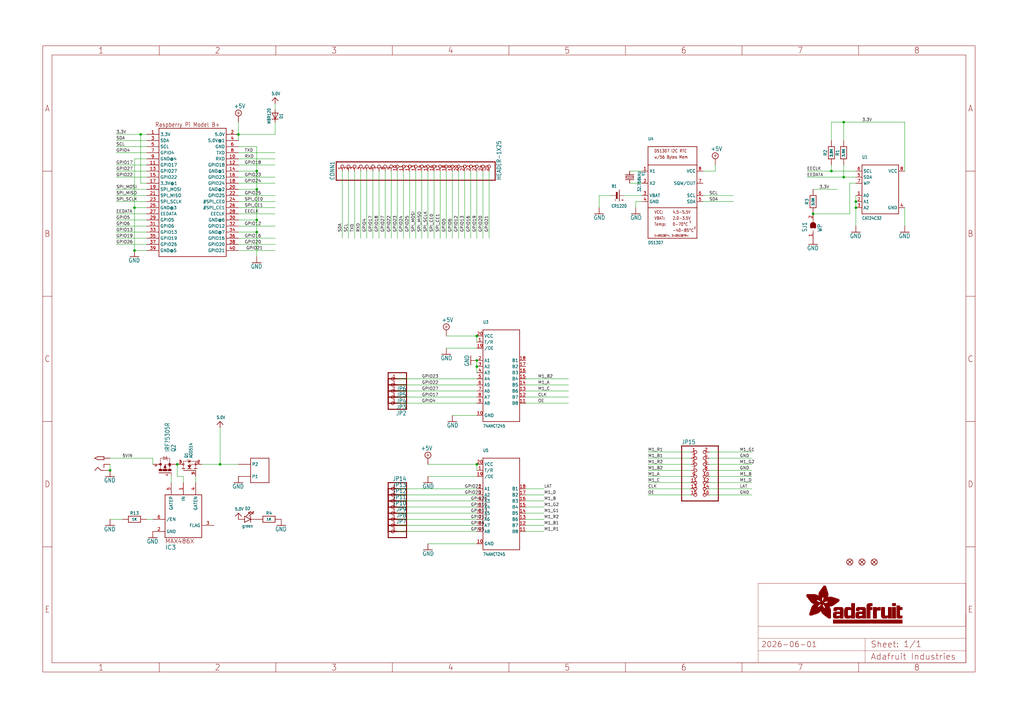
<source format=kicad_sch>
(kicad_sch (version 20230121) (generator eeschema)
  (paper "User" 425.45 298.602)
  (lib_symbols
    (symbol "working-eagle-import:+5V" (power)
      (property "Value" "+5V" (at -1.905 3.175 0))
      (symbol "+5V_1_0"
        (pin power_in line (at 0 -2.54 90) (length 2.54) (name "+5V") (number "1"))
      )
    )
    (symbol "working-eagle-import:2.1MMJACKSMT"
      (symbol "2.1MMJACKSMT_1_0"
        (pin bidirectional line (at 5.08 -2.54 180) (length 2.54) (name "RING") (number "GND"))
        (pin bidirectional line (at 5.08 0 180) (length 2.54) (name "RING_SW") (number "GNDBREAK"))
        (pin bidirectional line (at 5.08 2.54 180) (length 2.54) (name "TIP") (number "PWR2"))
      )
    )
    (symbol "working-eagle-import:5.0V" (power)
      (property "Value" "5.0V" (at -1.524 1.016 0))
      (symbol "5.0V_1_0"
        (pin power_in line (at 0 -2.54 90) (length 2.54) (name "5.0V") (number "1"))
      )
    )
    (symbol "working-eagle-import:74LCX245"
      (property "Reference" "U" (at -7.62 22.86 0))
      (symbol "74LCX245_1_0"
        (pin bidirectional line (at -10.16 15.24 0) (length 2.54) (name "T/R") (number "1"))
        (pin bidirectional line (at -10.16 -15.24 0) (length 2.54) (name "GND") (number "10"))
        (pin bidirectional line (at 10.16 -10.16 180) (length 2.54) (name "B8") (number "11"))
        (pin bidirectional line (at 10.16 -7.62 180) (length 2.54) (name "B7") (number "12"))
        (pin bidirectional line (at 10.16 -5.08 180) (length 2.54) (name "B6") (number "13"))
        (pin bidirectional line (at 10.16 -2.54 180) (length 2.54) (name "B5") (number "14"))
        (pin bidirectional line (at 10.16 0 180) (length 2.54) (name "B4") (number "15"))
        (pin bidirectional line (at 10.16 2.54 180) (length 2.54) (name "B3") (number "16"))
        (pin bidirectional line (at 10.16 5.08 180) (length 2.54) (name "B2") (number "17"))
        (pin bidirectional line (at 10.16 7.62 180) (length 2.54) (name "B1") (number "18"))
        (pin bidirectional line (at -10.16 12.7 0) (length 2.54) (name "/OE") (number "19"))
        (pin bidirectional line (at -10.16 7.62 0) (length 2.54) (name "A1") (number "2"))
        (pin bidirectional line (at -10.16 17.78 0) (length 2.54) (name "VCC") (number "20"))
        (pin bidirectional line (at -10.16 5.08 0) (length 2.54) (name "A2") (number "3"))
        (pin bidirectional line (at -10.16 2.54 0) (length 2.54) (name "A3") (number "4"))
        (pin bidirectional line (at -10.16 0 0) (length 2.54) (name "A4") (number "5"))
        (pin bidirectional line (at -10.16 -2.54 0) (length 2.54) (name "A5") (number "6"))
        (pin bidirectional line (at -10.16 -5.08 0) (length 2.54) (name "A6") (number "7"))
        (pin bidirectional line (at -10.16 -7.62 0) (length 2.54) (name "A7") (number "8"))
        (pin bidirectional line (at -10.16 -10.16 0) (length 2.54) (name "A8") (number "9"))
      )
    )
    (symbol "working-eagle-import:BATTERYCR1220_SMT"
      (property "Reference" "B" (at -2.54 3.175 0))
      (symbol "BATTERYCR1220_SMT_1_0"
        (text "+" (at 1.27 -1.143 900) (effects (font (size 1.27 1.0795)) (justify right top)))
        (text "-" (at -1.778 -1.143 900) (effects (font (size 1.27 1.0795)) (justify right top)))
        (pin passive line (at 2.54 0 180) (length 0) (name "+") (number "+$1"))
        (pin passive line (at -2.54 0 0) (length 0) (name "-") (number "-"))
      )
    )
    (symbol "working-eagle-import:CRYSTAL8.0X3.8"
      (property "Reference" "Y" (at -2.54 2.54 0))
      (symbol "CRYSTAL8.0X3.8_1_0"
        (pin passive line (at -2.54 0 0) (length 0) (name "1") (number "P$1"))
        (pin passive line (at 2.54 0 180) (length 0) (name "2") (number "P$4"))
      )
    )
    (symbol "working-eagle-import:DIODESOD-123"
      (property "Reference" "D" (at 0 2.54 0))
      (symbol "DIODESOD-123_1_0"
        (pin passive line (at -2.54 0 0) (length 2.54) (name "A") (number "A"))
        (pin passive line (at 2.54 0 180) (length 2.54) (name "C") (number "C"))
      )
    )
    (symbol "working-eagle-import:EEPROM_I2C_SOIC8_GENERIC"
      (property "Reference" "U" (at -7.62 12.7 0))
      (symbol "EEPROM_I2C_SOIC8_GENERIC_1_0"
        (pin input line (at -10.16 -2.54 0) (length 2.54) (name "A0") (number "1"))
        (pin input line (at -10.16 -5.08 0) (length 2.54) (name "A1") (number "2"))
        (pin input line (at -10.16 -7.62 0) (length 2.54) (name "A2") (number "3"))
        (pin power_in line (at 10.16 -7.62 180) (length 2.54) (name "GND") (number "4"))
        (pin bidirectional line (at -10.16 5.08 0) (length 2.54) (name "SDA") (number "5"))
        (pin input line (at -10.16 7.62 0) (length 2.54) (name "SCL") (number "6"))
        (pin input line (at -10.16 2.54 0) (length 2.54) (name "WP") (number "7"))
        (pin power_in line (at 10.16 7.62 180) (length 2.54) (name "VCC") (number "8"))
      )
    )
    (symbol "working-eagle-import:FIDUCIAL{dblquote}{dblquote}")
    (symbol "working-eagle-import:FRAME_A3_ADAFRUIT"
      (symbol "FRAME_A3_ADAFRUIT_1_0"
        (text "${#}/${##}" (at 357.505 10.16 0) (effects (font (size 2.54 2.54)) (justify left bottom)))
        (text "${CURRENT_DATE}" (at 298.45 10.16 0) (effects (font (size 2.286 2.286)) (justify left bottom)))
        (text "${PROJECTNAME}" (at 298.45 15.24 0) (effects (font (size 2.54 2.54)) (justify left bottom)))
        (text "1" (at 24.2094 1.905 0) (effects (font (size 2.54 2.286))))
        (text "1" (at 24.2094 258.445 0) (effects (font (size 2.54 2.286))))
        (text "2" (at 72.6281 1.905 0) (effects (font (size 2.54 2.286))))
        (text "2" (at 72.6281 258.445 0) (effects (font (size 2.54 2.286))))
        (text "3" (at 121.0469 1.905 0) (effects (font (size 2.54 2.286))))
        (text "3" (at 121.0469 258.445 0) (effects (font (size 2.54 2.286))))
        (text "4" (at 169.4656 1.905 0) (effects (font (size 2.54 2.286))))
        (text "4" (at 169.4656 258.445 0) (effects (font (size 2.54 2.286))))
        (text "5" (at 217.8844 1.905 0) (effects (font (size 2.54 2.286))))
        (text "5" (at 217.8844 258.445 0) (effects (font (size 2.54 2.286))))
        (text "6" (at 266.3031 1.905 0) (effects (font (size 2.54 2.286))))
        (text "6" (at 266.3031 258.445 0) (effects (font (size 2.54 2.286))))
        (text "7" (at 314.7219 1.905 0) (effects (font (size 2.54 2.286))))
        (text "7" (at 314.7219 258.445 0) (effects (font (size 2.54 2.286))))
        (text "8" (at 363.1406 1.905 0) (effects (font (size 2.54 2.286))))
        (text "8" (at 363.1406 258.445 0) (effects (font (size 2.54 2.286))))
        (text "A" (at 1.905 234.315 0) (effects (font (size 2.54 2.286))))
        (text "A" (at 385.445 234.315 0) (effects (font (size 2.54 2.286))))
        (text "Adafruit Industries" (at 343.916 4.953 0) (effects (font (size 2.54 2.54)) (justify left bottom)))
        (text "B" (at 1.905 182.245 0) (effects (font (size 2.54 2.286))))
        (text "B" (at 385.445 182.245 0) (effects (font (size 2.54 2.286))))
        (text "C" (at 1.905 130.175 0) (effects (font (size 2.54 2.286))))
        (text "C" (at 385.445 130.175 0) (effects (font (size 2.54 2.286))))
        (text "D" (at 1.905 78.105 0) (effects (font (size 2.54 2.286))))
        (text "D" (at 385.445 78.105 0) (effects (font (size 2.54 2.286))))
        (text "E" (at 1.905 26.035 0) (effects (font (size 2.54 2.286))))
        (text "E" (at 385.445 26.035 0) (effects (font (size 2.54 2.286))))
        (text "Sheet:" (at 343.916 10.033 0) (effects (font (size 2.54 2.54)) (justify left bottom)))
      )
    )
    (symbol "working-eagle-import:GND" (power)
      (property "Value" "GND" (at -2.54 -2.54 0))
      (symbol "GND_1_0"
        (pin power_in line (at 0 2.54 270) (length 2.54) (name "GND") (number "1"))
      )
    )
    (symbol "working-eagle-import:HEADER-1X25"
      (property "Reference" "CONN" (at -3.81 33.655 0))
      (symbol "HEADER-1X25_1_0"
        (pin passive inverted (at 0 30.48 0) (length 2.54) (name "1") (number "1"))
        (pin passive inverted (at 0 7.62 0) (length 2.54) (name "10") (number "10"))
        (pin passive inverted (at 0 5.08 0) (length 2.54) (name "11") (number "11"))
        (pin passive inverted (at 0 2.54 0) (length 2.54) (name "12") (number "12"))
        (pin passive inverted (at 0 0 0) (length 2.54) (name "13") (number "13"))
        (pin passive inverted (at 0 -2.54 0) (length 2.54) (name "14") (number "14"))
        (pin passive inverted (at 0 -5.08 0) (length 2.54) (name "15") (number "15"))
        (pin passive inverted (at 0 -7.62 0) (length 2.54) (name "16") (number "16"))
        (pin passive inverted (at 0 -10.16 0) (length 2.54) (name "17") (number "17"))
        (pin passive inverted (at 0 -12.7 0) (length 2.54) (name "18") (number "18"))
        (pin passive inverted (at 0 -15.24 0) (length 2.54) (name "19") (number "19"))
        (pin passive inverted (at 0 27.94 0) (length 2.54) (name "2") (number "2"))
        (pin passive inverted (at 0 -17.78 0) (length 2.54) (name "20") (number "20"))
        (pin passive inverted (at 0 -20.32 0) (length 2.54) (name "21") (number "21"))
        (pin passive inverted (at 0 -22.86 0) (length 2.54) (name "22") (number "22"))
        (pin passive inverted (at 0 -25.4 0) (length 2.54) (name "23") (number "23"))
        (pin passive inverted (at 0 -27.94 0) (length 2.54) (name "24") (number "24"))
        (pin passive inverted (at 0 -30.48 0) (length 2.54) (name "25") (number "25"))
        (pin passive inverted (at 0 25.4 0) (length 2.54) (name "3") (number "3"))
        (pin passive inverted (at 0 22.86 0) (length 2.54) (name "4") (number "4"))
        (pin passive inverted (at 0 20.32 0) (length 2.54) (name "5") (number "5"))
        (pin passive inverted (at 0 17.78 0) (length 2.54) (name "6") (number "6"))
        (pin passive inverted (at 0 15.24 0) (length 2.54) (name "7") (number "7"))
        (pin passive inverted (at 0 12.7 0) (length 2.54) (name "8") (number "8"))
        (pin passive inverted (at 0 10.16 0) (length 2.54) (name "9") (number "9"))
      )
    )
    (symbol "working-eagle-import:HEADER-2X8_SHROUDED"
      (property "Reference" "JP" (at -8.89 10.795 0))
      (symbol "HEADER-2X8_SHROUDED_1_0"
        (pin passive inverted (at -5.08 7.62 0) (length 2.54) (name "1") (number "1"))
        (pin passive inverted (at 2.54 -2.54 180) (length 2.54) (name "10") (number "10"))
        (pin passive inverted (at -5.08 -5.08 0) (length 2.54) (name "11") (number "11"))
        (pin passive inverted (at 2.54 -5.08 180) (length 2.54) (name "12") (number "12"))
        (pin passive inverted (at -5.08 -7.62 0) (length 2.54) (name "13") (number "13"))
        (pin passive inverted (at 2.54 -7.62 180) (length 2.54) (name "14") (number "14"))
        (pin passive inverted (at -5.08 -10.16 0) (length 2.54) (name "15") (number "15"))
        (pin passive inverted (at 2.54 -10.16 180) (length 2.54) (name "16") (number "16"))
        (pin passive inverted (at 2.54 7.62 180) (length 2.54) (name "2") (number "2"))
        (pin passive inverted (at -5.08 5.08 0) (length 2.54) (name "3") (number "3"))
        (pin passive inverted (at 2.54 5.08 180) (length 2.54) (name "4") (number "4"))
        (pin passive inverted (at -5.08 2.54 0) (length 2.54) (name "5") (number "5"))
        (pin passive inverted (at 2.54 2.54 180) (length 2.54) (name "6") (number "6"))
        (pin passive inverted (at -5.08 0 0) (length 2.54) (name "7") (number "7"))
        (pin passive inverted (at 2.54 0 180) (length 2.54) (name "8") (number "8"))
        (pin passive inverted (at -5.08 -2.54 0) (length 2.54) (name "9") (number "9"))
      )
    )
    (symbol "working-eagle-import:IRF?5305R"
      (property "Reference" "Q" (at 7.62 2.54 0))
      (symbol "IRF?5305R_1_0"
        (text "D" (at 1.524 -3.302 0) (effects (font (size 0.8128 0.6908)) (justify left bottom)))
        (text "G" (at -2.286 1.27 0) (effects (font (size 0.8128 0.6908)) (justify left bottom)))
        (text "S" (at 1.524 2.54 0) (effects (font (size 0.8128 0.6908)) (justify left bottom)))
        (pin passive line (at -2.54 2.54 0) (length 0) (name "G") (number "1"))
        (pin passive line (at 2.54 5.08 270) (length 2.54) (name "S") (number "3"))
        (pin passive line (at 2.54 -5.08 90) (length 2.54) (name "D") (number "4"))
      )
    )
    (symbol "working-eagle-import:LED0805_NOOUTLINE"
      (property "Reference" "D" (at -1.27 4.445 0))
      (symbol "LED0805_NOOUTLINE_1_0"
        (pin passive line (at -5.08 0 0) (length 2.54) (name "A") (number "A"))
        (pin passive line (at 2.54 0 180) (length 2.54) (name "C") (number "C"))
      )
    )
    (symbol "working-eagle-import:MAX486X/SOT"
      (property "Reference" "IC" (at -7.62 -15.24 0))
      (symbol "MAX486X/SOT_1_0"
        (text "MAX486X" (at -7.62 -12.7 0) (effects (font (size 1.778 1.778)) (justify left bottom)))
        (pin input line (at 0 12.7 270) (length 5.08) (name "IN") (number "1"))
        (pin power_in line (at -12.7 -7.62 0) (length 5.08) (name "GND") (number "2"))
        (pin output line (at 12.7 -5.08 180) (length 5.08) (name "FLAG") (number "3"))
        (pin output line (at 5.08 12.7 270) (length 5.08) (name "GATEN") (number "4"))
        (pin output line (at -5.08 12.7 270) (length 5.08) (name "GATEP") (number "5"))
        (pin input line (at -12.7 -2.54 0) (length 5.08) (name "/EN") (number "6"))
      )
    )
    (symbol "working-eagle-import:MOSFET-N_TO252"
      (property "Reference" "Q" (at 5.08 0.635 0))
      (symbol "MOSFET-N_TO252_1_0"
        (text "D" (at 3.175 3.175 0) (effects (font (size 0.8128 0.6908)) (justify left bottom)))
        (text "G" (at -1.27 -1.905 0) (effects (font (size 0.8128 0.6908)) (justify left bottom)))
        (text "S" (at 3.175 -3.81 0) (effects (font (size 0.8128 0.6908)) (justify left bottom)))
        (pin bidirectional line (at -2.54 -2.54 0) (length 2.54) (name "G") (number "1"))
        (pin bidirectional line (at 2.54 -5.08 90) (length 2.54) (name "S") (number "2"))
        (pin bidirectional line (at 2.54 5.08 270) (length 2.54) (name "D") (number "3"))
      )
    )
    (symbol "working-eagle-import:PINHD-1X1"
      (property "Reference" "JP" (at -6.35 3.175 0))
      (symbol "PINHD-1X1_1_0"
        (pin passive inverted (at -2.54 0 0) (length 2.54) (name "1") (number "1"))
      )
    )
    (symbol "working-eagle-import:PINHEAD"
      (symbol "PINHEAD_1_0"
        (pin bidirectional line (at 7.62 2.54 180) (length 5.08) (name "P1") (number "P$3"))
        (pin bidirectional line (at 7.62 -2.54 180) (length 5.08) (name "P2") (number "P$4"))
      )
    )
    (symbol "working-eagle-import:RASPBERRYPI_BPLUS_HATSLOTS"
      (symbol "RASPBERRYPI_BPLUS_HATSLOTS_1_0"
        (text "Raspberry Pi Model B+" (at 12.7 25.4 0) (effects (font (size 1.778 1.5113)) (justify right top)))
        (pin power_in line (at -17.78 20.32 0) (length 5.08) (name "3.3V") (number "1"))
        (pin bidirectional line (at 20.32 10.16 180) (length 5.08) (name "RXD") (number "10"))
        (pin bidirectional line (at -17.78 7.62 0) (length 5.08) (name "GPIO17") (number "11"))
        (pin bidirectional line (at 20.32 7.62 180) (length 5.08) (name "GPIO18") (number "12"))
        (pin bidirectional line (at -17.78 5.08 0) (length 5.08) (name "GPIO27") (number "13"))
        (pin power_in line (at 20.32 5.08 180) (length 5.08) (name "GND@1") (number "14"))
        (pin bidirectional line (at -17.78 2.54 0) (length 5.08) (name "GPIO22") (number "15"))
        (pin bidirectional line (at 20.32 2.54 180) (length 5.08) (name "GPIO23") (number "16"))
        (pin power_in line (at -17.78 0 0) (length 5.08) (name "3.3V@1") (number "17"))
        (pin bidirectional line (at 20.32 0 180) (length 5.08) (name "GPIO24") (number "18"))
        (pin bidirectional line (at -17.78 -2.54 0) (length 5.08) (name "SPI_MOSI") (number "19"))
        (pin power_in line (at 20.32 20.32 180) (length 5.08) (name "5.0V") (number "2"))
        (pin power_in line (at 20.32 -2.54 180) (length 5.08) (name "GND@2") (number "20"))
        (pin bidirectional line (at -17.78 -5.08 0) (length 5.08) (name "SPI_MISO") (number "21"))
        (pin bidirectional line (at 20.32 -5.08 180) (length 5.08) (name "GPIO25") (number "22"))
        (pin bidirectional line (at -17.78 -7.62 0) (length 5.08) (name "SPI_SCLK") (number "23"))
        (pin bidirectional line (at 20.32 -7.62 180) (length 5.08) (name "#SPI_CE0") (number "24"))
        (pin power_in line (at -17.78 -10.16 0) (length 5.08) (name "GND@3") (number "25"))
        (pin bidirectional line (at 20.32 -10.16 180) (length 5.08) (name "#SPI_CE1") (number "26"))
        (pin bidirectional line (at -17.78 -12.7 0) (length 5.08) (name "EEDATA") (number "27"))
        (pin power_in line (at 20.32 -12.7 180) (length 5.08) (name "EECLK") (number "28"))
        (pin bidirectional line (at -17.78 -15.24 0) (length 5.08) (name "GPIO5") (number "29"))
        (pin bidirectional line (at -17.78 17.78 0) (length 5.08) (name "SDA") (number "3"))
        (pin bidirectional line (at 20.32 -15.24 180) (length 5.08) (name "GND@6") (number "30"))
        (pin power_in line (at -17.78 -17.78 0) (length 5.08) (name "GPIO6") (number "31"))
        (pin bidirectional line (at 20.32 -17.78 180) (length 5.08) (name "GPIO12") (number "32"))
        (pin bidirectional line (at -17.78 -20.32 0) (length 5.08) (name "GPIO13") (number "33"))
        (pin bidirectional line (at 20.32 -20.32 180) (length 5.08) (name "GND@7") (number "34"))
        (pin bidirectional line (at -17.78 -22.86 0) (length 5.08) (name "GPIO19") (number "35"))
        (pin power_in line (at 20.32 -22.86 180) (length 5.08) (name "GPIO16") (number "36"))
        (pin bidirectional line (at -17.78 -25.4 0) (length 5.08) (name "GPIO26") (number "37"))
        (pin bidirectional line (at 20.32 -25.4 180) (length 5.08) (name "GPIO20") (number "38"))
        (pin power_in line (at -17.78 -27.94 0) (length 5.08) (name "GND@5") (number "39"))
        (pin power_in line (at 20.32 17.78 180) (length 5.08) (name "5.0V@1") (number "4"))
        (pin bidirectional line (at 20.32 -27.94 180) (length 5.08) (name "GPIO21") (number "40"))
        (pin bidirectional line (at -17.78 15.24 0) (length 5.08) (name "SCL") (number "5"))
        (pin power_in line (at 20.32 15.24 180) (length 5.08) (name "GND") (number "6"))
        (pin bidirectional line (at -17.78 12.7 0) (length 5.08) (name "GPIO4") (number "7"))
        (pin output line (at 20.32 12.7 180) (length 5.08) (name "TXD") (number "8"))
        (pin power_in line (at -17.78 10.16 0) (length 5.08) (name "GND@4") (number "9"))
      )
    )
    (symbol "working-eagle-import:RESISTOR0805_NOOUTLINE"
      (property "Reference" "R" (at 0 2.54 0))
      (symbol "RESISTOR0805_NOOUTLINE_1_0"
        (pin passive line (at -5.08 0 0) (length 2.54) (name "1") (number "1"))
        (pin passive line (at 5.08 0 180) (length 2.54) (name "2") (number "2"))
      )
    )
    (symbol "working-eagle-import:RTC_DS1307"
      (property "Reference" "U" (at -10.16 20.32 0))
      (symbol "RTC_DS1307_1_0"
        (text "-40-85°C" (at 0 -17.78 0) (effects (font (size 1.27 1.0795)) (justify left bottom)))
        (text "0-70°C" (at 0 -15.24 0) (effects (font (size 1.27 1.0795)) (justify left bottom)))
        (text "1" (at 6.985 -13.97 0) (effects (font (size 0.8128 0.6908)) (justify left bottom)))
        (text "1=DS1307+, 2=DS1307N+" (at -7.62 -19.685 0) (effects (font (size 0.8128 0.6908)) (justify left bottom)))
        (text "2" (at 8.89 -16.51 0) (effects (font (size 0.8128 0.6908)) (justify left bottom)))
        (text "2.0-3.5V" (at 0 -12.7 0) (effects (font (size 1.27 1.0795)) (justify left bottom)))
        (text "4.5-5.5V" (at 0 -10.16 0) (effects (font (size 1.27 1.0795)) (justify left bottom)))
        (text "DS1307 I2C RTC" (at -7.62 15.24 0) (effects (font (size 1.27 1.0795)) (justify left bottom)))
        (text "Temp:" (at -7.62 -15.24 0) (effects (font (size 1.27 1.0795)) (justify left bottom)))
        (text "VBAT:" (at -7.62 -12.7 0) (effects (font (size 1.27 1.0795)) (justify left bottom)))
        (text "VCC:" (at -7.62 -10.16 0) (effects (font (size 1.27 1.0795)) (justify left bottom)))
        (text "w/56 Bytes Mem" (at -7.62 12.7 0) (effects (font (size 1.27 1.0795)) (justify left bottom)))
        (pin bidirectional line (at -12.7 7.62 0) (length 2.54) (name "X1") (number "1"))
        (pin bidirectional line (at -12.7 2.54 0) (length 2.54) (name "X2") (number "2"))
        (pin bidirectional line (at -12.7 -2.54 0) (length 2.54) (name "VBAT") (number "3"))
        (pin bidirectional line (at -12.7 -5.08 0) (length 2.54) (name "GND") (number "4"))
        (pin bidirectional line (at 12.7 -5.08 180) (length 2.54) (name "SDA") (number "5"))
        (pin bidirectional line (at 12.7 -2.54 180) (length 2.54) (name "SCL") (number "6"))
        (pin bidirectional line (at 12.7 2.54 180) (length 2.54) (name "SQW/OUT") (number "7"))
        (pin bidirectional line (at 12.7 7.62 180) (length 2.54) (name "VCC") (number "8"))
      )
    )
    (symbol "working-eagle-import:SOLDERJUMPER_CLOSED"
      (property "Reference" "SJ" (at -2.54 2.54 0))
      (symbol "SOLDERJUMPER_CLOSED_1_0"
        (pin passive line (at -5.08 0 0) (length 2.54) (name "1") (number "1"))
        (pin passive line (at 5.08 0 180) (length 2.54) (name "2") (number "2"))
      )
    )
  )
  (junction (at 345.44 71.12))
  (junction (at 106.68 71.12))
  (junction (at 350.52 50.8))
  (junction (at 73.66 193.04))
  (junction (at 198.12 152.4))
  (junction (at 106.68 78.74))
  (junction (at 55.88 86.36))
  (junction (at 106.68 96.52))
  (junction (at 198.12 139.7))
  (junction (at 337.82 88.9))
  (junction (at 198.12 193.04))
  (junction (at 350.52 73.66))
  (junction (at 91.44 193.04))
  (junction (at 106.68 91.44))
  (junction (at 55.88 104.14))
  (junction (at 99.06 55.88))
  (junction (at 355.6 83.82))
  (junction (at 58.42 55.88))
  (junction (at 198.12 149.86))
  (junction (at 355.6 86.36))
  (junction (at 45.72 195.58))
  (wire (pts (xy 99.06 58.42) (xy 99.06 55.88)) (stroke (width 0.1524)))
  (wire (pts (xy 218.44 218.44) (xy 226.06 218.44)) (stroke (width 0.1524)))
  (wire (pts (xy 264.16 83.82) (xy 264.16 86.36)) (stroke (width 0.1524)))
  (wire (pts (xy 180.34 71.12) (xy 180.34 99.06)) (stroke (width 0.1524)))
  (wire (pts (xy 91.44 193.04) (xy 99.06 193.04)) (stroke (width 0.1524)))
  (wire (pts (xy 58.42 76.2) (xy 60.96 76.2)) (stroke (width 0.1524)))
  (wire (pts (xy 304.8 83.82) (xy 292.1 83.82)) (stroke (width 0.1524)))
  (wire (pts (xy 226.06 210.82) (xy 218.44 210.82)) (stroke (width 0.1524)))
  (wire (pts (xy 198.12 220.98) (xy 165.1 220.98)) (stroke (width 0.1524)))
  (wire (pts (xy 152.4 71.12) (xy 152.4 99.06)) (stroke (width 0.1524)))
  (wire (pts (xy 99.06 78.74) (xy 106.68 78.74)) (stroke (width 0.1524)))
  (wire (pts (xy 226.06 208.28) (xy 218.44 208.28)) (stroke (width 0.1524)))
  (wire (pts (xy 142.24 71.12) (xy 142.24 99.06)) (stroke (width 0.1524)))
  (wire (pts (xy 375.92 86.36) (xy 375.92 93.98)) (stroke (width 0.1524)))
  (wire (pts (xy 83.82 193.04) (xy 91.44 193.04)) (stroke (width 0.1524)))
  (wire (pts (xy 292.1 71.12) (xy 297.18 71.12)) (stroke (width 0.1524)))
  (wire (pts (xy 198.12 203.2) (xy 165.1 203.2)) (stroke (width 0.1524)))
  (wire (pts (xy 91.44 193.04) (xy 91.44 177.8)) (stroke (width 0.1524)))
  (wire (pts (xy 185.42 71.12) (xy 185.42 99.06)) (stroke (width 0.1524)))
  (wire (pts (xy 198.12 99.06) (xy 198.12 71.12)) (stroke (width 0.1524)))
  (wire (pts (xy 294.64 200.66) (xy 312.42 200.66)) (stroke (width 0.1524)))
  (wire (pts (xy 149.86 99.06) (xy 149.86 71.12)) (stroke (width 0.1524)))
  (wire (pts (xy 58.42 76.2) (xy 58.42 55.88)) (stroke (width 0.1524)))
  (wire (pts (xy 157.48 99.06) (xy 157.48 71.12)) (stroke (width 0.1524)))
  (wire (pts (xy 99.06 71.12) (xy 106.68 71.12)) (stroke (width 0.1524)))
  (wire (pts (xy 55.88 86.36) (xy 60.96 86.36)) (stroke (width 0.1524)))
  (wire (pts (xy 106.68 60.96) (xy 106.68 71.12)) (stroke (width 0.1524)))
  (wire (pts (xy 60.96 63.5) (xy 48.26 63.5)) (stroke (width 0.1524)))
  (wire (pts (xy 345.44 71.12) (xy 335.28 71.12)) (stroke (width 0.1524)))
  (wire (pts (xy 198.12 165.1) (xy 165.1 165.1)) (stroke (width 0.1524)))
  (wire (pts (xy 185.42 139.7) (xy 198.12 139.7)) (stroke (width 0.1524)))
  (wire (pts (xy 48.26 83.82) (xy 60.96 83.82)) (stroke (width 0.1524)))
  (wire (pts (xy 48.26 91.44) (xy 60.96 91.44)) (stroke (width 0.1524)))
  (wire (pts (xy 114.3 43.18) (xy 114.3 45.72)) (stroke (width 0.1524)))
  (wire (pts (xy 187.96 172.72) (xy 198.12 172.72)) (stroke (width 0.1524)))
  (wire (pts (xy 261.62 76.2) (xy 266.7 76.2)) (stroke (width 0.1524)))
  (wire (pts (xy 99.06 99.06) (xy 114.3 99.06)) (stroke (width 0.1524)))
  (wire (pts (xy 198.12 218.44) (xy 165.1 218.44)) (stroke (width 0.1524)))
  (wire (pts (xy 162.56 99.06) (xy 162.56 71.12)) (stroke (width 0.1524)))
  (wire (pts (xy 198.12 157.48) (xy 165.1 157.48)) (stroke (width 0.1524)))
  (wire (pts (xy 154.94 99.06) (xy 154.94 71.12)) (stroke (width 0.1524)))
  (wire (pts (xy 198.12 167.64) (xy 165.1 167.64)) (stroke (width 0.1524)))
  (wire (pts (xy 345.44 68.58) (xy 345.44 71.12)) (stroke (width 0.1524)))
  (wire (pts (xy 165.1 160.02) (xy 198.12 160.02)) (stroke (width 0.1524)))
  (wire (pts (xy 48.26 93.98) (xy 60.96 93.98)) (stroke (width 0.1524)))
  (wire (pts (xy 71.12 200.66) (xy 71.12 198.12)) (stroke (width 0.1524)))
  (wire (pts (xy 261.62 71.12) (xy 266.7 71.12)) (stroke (width 0.1524)))
  (wire (pts (xy 193.04 99.06) (xy 193.04 71.12)) (stroke (width 0.1524)))
  (wire (pts (xy 147.32 71.12) (xy 147.32 99.06)) (stroke (width 0.1524)))
  (wire (pts (xy 172.72 99.06) (xy 172.72 71.12)) (stroke (width 0.1524)))
  (wire (pts (xy 99.06 55.88) (xy 114.3 55.88)) (stroke (width 0.1524)))
  (wire (pts (xy 266.7 81.28) (xy 259.08 81.28)) (stroke (width 0.1524)))
  (wire (pts (xy 226.06 215.9) (xy 218.44 215.9)) (stroke (width 0.1524)))
  (wire (pts (xy 48.26 81.28) (xy 60.96 81.28)) (stroke (width 0.1524)))
  (wire (pts (xy 294.64 195.58) (xy 312.42 195.58)) (stroke (width 0.1524)))
  (wire (pts (xy 287.02 187.96) (xy 269.24 187.96)) (stroke (width 0.1524)))
  (wire (pts (xy 99.06 96.52) (xy 106.68 96.52)) (stroke (width 0.1524)))
  (wire (pts (xy 45.72 190.5) (xy 63.5 190.5)) (stroke (width 0.1524)))
  (wire (pts (xy 60.96 55.88) (xy 58.42 55.88)) (stroke (width 0.1524)))
  (wire (pts (xy 353.06 76.2) (xy 355.6 76.2)) (stroke (width 0.1524)))
  (wire (pts (xy 177.8 99.06) (xy 177.8 71.12)) (stroke (width 0.1524)))
  (wire (pts (xy 99.06 91.44) (xy 106.68 91.44)) (stroke (width 0.1524)))
  (wire (pts (xy 353.06 88.9) (xy 353.06 76.2)) (stroke (width 0.1524)))
  (wire (pts (xy 73.66 193.04) (xy 73.66 198.12)) (stroke (width 0.1524)))
  (wire (pts (xy 345.44 50.8) (xy 345.44 58.42)) (stroke (width 0.1524)))
  (wire (pts (xy 99.06 60.96) (xy 106.68 60.96)) (stroke (width 0.1524)))
  (wire (pts (xy 99.06 93.98) (xy 114.3 93.98)) (stroke (width 0.1524)))
  (wire (pts (xy 266.7 83.82) (xy 264.16 83.82)) (stroke (width 0.1524)))
  (wire (pts (xy 218.44 203.2) (xy 226.06 203.2)) (stroke (width 0.1524)))
  (wire (pts (xy 337.82 78.74) (xy 347.98 78.74)) (stroke (width 0.1524)))
  (wire (pts (xy 335.28 73.66) (xy 350.52 73.66)) (stroke (width 0.1524)))
  (wire (pts (xy 99.06 83.82) (xy 114.3 83.82)) (stroke (width 0.1524)))
  (wire (pts (xy 55.88 66.04) (xy 60.96 66.04)) (stroke (width 0.1524)))
  (wire (pts (xy 198.12 213.36) (xy 165.1 213.36)) (stroke (width 0.1524)))
  (wire (pts (xy 269.24 195.58) (xy 287.02 195.58)) (stroke (width 0.1524)))
  (wire (pts (xy 60.96 88.9) (xy 48.26 88.9)) (stroke (width 0.1524)))
  (wire (pts (xy 218.44 167.64) (xy 236.22 167.64)) (stroke (width 0.1524)))
  (wire (pts (xy 99.06 81.28) (xy 114.3 81.28)) (stroke (width 0.1524)))
  (wire (pts (xy 198.12 149.86) (xy 198.12 152.4)) (stroke (width 0.1524)))
  (wire (pts (xy 167.64 99.06) (xy 167.64 71.12)) (stroke (width 0.1524)))
  (wire (pts (xy 226.06 220.98) (xy 218.44 220.98)) (stroke (width 0.1524)))
  (wire (pts (xy 198.12 195.58) (xy 198.12 193.04)) (stroke (width 0.1524)))
  (wire (pts (xy 99.06 76.2) (xy 114.3 76.2)) (stroke (width 0.1524)))
  (wire (pts (xy 269.24 200.66) (xy 287.02 200.66)) (stroke (width 0.1524)))
  (wire (pts (xy 287.02 203.2) (xy 269.24 203.2)) (stroke (width 0.1524)))
  (wire (pts (xy 99.06 88.9) (xy 114.3 88.9)) (stroke (width 0.1524)))
  (wire (pts (xy 106.68 96.52) (xy 106.68 106.68)) (stroke (width 0.1524)))
  (wire (pts (xy 304.8 81.28) (xy 292.1 81.28)) (stroke (width 0.1524)))
  (wire (pts (xy 200.66 71.12) (xy 200.66 99.06)) (stroke (width 0.1524)))
  (wire (pts (xy 144.78 99.06) (xy 144.78 71.12)) (stroke (width 0.1524)))
  (wire (pts (xy 236.22 157.48) (xy 218.44 157.48)) (stroke (width 0.1524)))
  (wire (pts (xy 99.06 73.66) (xy 114.3 73.66)) (stroke (width 0.1524)))
  (wire (pts (xy 48.26 71.12) (xy 60.96 71.12)) (stroke (width 0.1524)))
  (wire (pts (xy 312.42 203.2) (xy 294.64 203.2)) (stroke (width 0.1524)))
  (wire (pts (xy 55.88 86.36) (xy 55.88 104.14)) (stroke (width 0.1524)))
  (wire (pts (xy 198.12 152.4) (xy 198.12 154.94)) (stroke (width 0.1524)))
  (wire (pts (xy 60.96 104.14) (xy 55.88 104.14)) (stroke (width 0.1524)))
  (wire (pts (xy 177.8 193.04) (xy 198.12 193.04)) (stroke (width 0.1524)))
  (wire (pts (xy 355.6 83.82) (xy 355.6 86.36)) (stroke (width 0.1524)))
  (wire (pts (xy 254 81.28) (xy 248.92 81.28)) (stroke (width 0.1524)))
  (wire (pts (xy 48.26 96.52) (xy 60.96 96.52)) (stroke (width 0.1524)))
  (wire (pts (xy 160.02 71.12) (xy 160.02 99.06)) (stroke (width 0.1524)))
  (wire (pts (xy 76.2 198.12) (xy 76.2 200.66)) (stroke (width 0.1524)))
  (wire (pts (xy 198.12 142.24) (xy 198.12 139.7)) (stroke (width 0.1524)))
  (wire (pts (xy 99.06 86.36) (xy 114.3 86.36)) (stroke (width 0.1524)))
  (wire (pts (xy 60.96 68.58) (xy 48.26 68.58)) (stroke (width 0.1524)))
  (wire (pts (xy 45.72 193.04) (xy 45.72 195.58)) (stroke (width 0.1524)))
  (wire (pts (xy 165.1 71.12) (xy 165.1 99.06)) (stroke (width 0.1524)))
  (wire (pts (xy 114.3 50.8) (xy 114.3 55.88)) (stroke (width 0.1524)))
  (wire (pts (xy 106.68 71.12) (xy 106.68 78.74)) (stroke (width 0.1524)))
  (wire (pts (xy 297.18 71.12) (xy 297.18 68.58)) (stroke (width 0.1524)))
  (wire (pts (xy 81.28 198.12) (xy 81.28 200.66)) (stroke (width 0.1524)))
  (wire (pts (xy 269.24 205.74) (xy 287.02 205.74)) (stroke (width 0.1524)))
  (wire (pts (xy 312.42 198.12) (xy 294.64 198.12)) (stroke (width 0.1524)))
  (wire (pts (xy 355.6 86.36) (xy 355.6 93.98)) (stroke (width 0.1524)))
  (wire (pts (xy 312.42 193.04) (xy 294.64 193.04)) (stroke (width 0.1524)))
  (wire (pts (xy 170.18 71.12) (xy 170.18 99.06)) (stroke (width 0.1524)))
  (wire (pts (xy 248.92 81.28) (xy 248.92 86.36)) (stroke (width 0.1524)))
  (wire (pts (xy 375.92 71.12) (xy 375.92 50.8)) (stroke (width 0.1524)))
  (wire (pts (xy 175.26 71.12) (xy 175.26 99.06)) (stroke (width 0.1524)))
  (wire (pts (xy 60.96 215.9) (xy 63.5 215.9)) (stroke (width 0.1524)))
  (wire (pts (xy 177.8 198.12) (xy 198.12 198.12)) (stroke (width 0.1524)))
  (wire (pts (xy 218.44 160.02) (xy 236.22 160.02)) (stroke (width 0.1524)))
  (wire (pts (xy 60.96 60.96) (xy 48.26 60.96)) (stroke (width 0.1524)))
  (wire (pts (xy 106.68 91.44) (xy 106.68 96.52)) (stroke (width 0.1524)))
  (wire (pts (xy 187.96 99.06) (xy 187.96 71.12)) (stroke (width 0.1524)))
  (wire (pts (xy 350.52 73.66) (xy 355.6 73.66)) (stroke (width 0.1524)))
  (wire (pts (xy 350.52 68.58) (xy 350.52 73.66)) (stroke (width 0.1524)))
  (wire (pts (xy 99.06 101.6) (xy 114.3 101.6)) (stroke (width 0.1524)))
  (wire (pts (xy 287.02 198.12) (xy 269.24 198.12)) (stroke (width 0.1524)))
  (wire (pts (xy 355.6 81.28) (xy 355.6 83.82)) (stroke (width 0.1524)))
  (wire (pts (xy 287.02 193.04) (xy 269.24 193.04)) (stroke (width 0.1524)))
  (wire (pts (xy 375.92 50.8) (xy 350.52 50.8)) (stroke (width 0.1524)))
  (wire (pts (xy 48.26 99.06) (xy 60.96 99.06)) (stroke (width 0.1524)))
  (wire (pts (xy 106.68 78.74) (xy 106.68 91.44)) (stroke (width 0.1524)))
  (wire (pts (xy 312.42 187.96) (xy 294.64 187.96)) (stroke (width 0.1524)))
  (wire (pts (xy 177.8 226.06) (xy 198.12 226.06)) (stroke (width 0.1524)))
  (wire (pts (xy 269.24 190.5) (xy 287.02 190.5)) (stroke (width 0.1524)))
  (wire (pts (xy 236.22 162.56) (xy 218.44 162.56)) (stroke (width 0.1524)))
  (wire (pts (xy 48.26 78.74) (xy 60.96 78.74)) (stroke (width 0.1524)))
  (wire (pts (xy 99.06 50.8) (xy 99.06 55.88)) (stroke (width 0.1524)))
  (wire (pts (xy 48.26 101.6) (xy 60.96 101.6)) (stroke (width 0.1524)))
  (wire (pts (xy 58.42 55.88) (xy 48.26 55.88)) (stroke (width 0.1524)))
  (wire (pts (xy 226.06 205.74) (xy 218.44 205.74)) (stroke (width 0.1524)))
  (wire (pts (xy 60.96 73.66) (xy 48.26 73.66)) (stroke (width 0.1524)))
  (wire (pts (xy 114.3 66.04) (xy 99.06 66.04)) (stroke (width 0.1524)))
  (wire (pts (xy 55.88 86.36) (xy 55.88 66.04)) (stroke (width 0.1524)))
  (wire (pts (xy 165.1 162.56) (xy 198.12 162.56)) (stroke (width 0.1524)))
  (wire (pts (xy 99.06 63.5) (xy 114.3 63.5)) (stroke (width 0.1524)))
  (wire (pts (xy 198.12 210.82) (xy 165.1 210.82)) (stroke (width 0.1524)))
  (wire (pts (xy 50.8 215.9) (xy 45.72 215.9)) (stroke (width 0.1524)))
  (wire (pts (xy 198.12 208.28) (xy 165.1 208.28)) (stroke (width 0.1524)))
  (wire (pts (xy 165.1 205.74) (xy 198.12 205.74)) (stroke (width 0.1524)))
  (wire (pts (xy 294.64 190.5) (xy 312.42 190.5)) (stroke (width 0.1524)))
  (wire (pts (xy 350.52 50.8) (xy 345.44 50.8)) (stroke (width 0.1524)))
  (wire (pts (xy 218.44 165.1) (xy 236.22 165.1)) (stroke (width 0.1524)))
  (wire (pts (xy 218.44 213.36) (xy 226.06 213.36)) (stroke (width 0.1524)))
  (wire (pts (xy 350.52 58.42) (xy 350.52 50.8)) (stroke (width 0.1524)))
  (wire (pts (xy 99.06 104.14) (xy 114.3 104.14)) (stroke (width 0.1524)))
  (wire (pts (xy 294.64 205.74) (xy 312.42 205.74)) (stroke (width 0.1524)))
  (wire (pts (xy 190.5 71.12) (xy 190.5 99.06)) (stroke (width 0.1524)))
  (wire (pts (xy 185.42 144.78) (xy 198.12 144.78)) (stroke (width 0.1524)))
  (wire (pts (xy 73.66 198.12) (xy 76.2 198.12)) (stroke (width 0.1524)))
  (wire (pts (xy 63.5 193.04) (xy 63.5 190.5)) (stroke (width 0.1524)))
  (wire (pts (xy 182.88 99.06) (xy 182.88 71.12)) (stroke (width 0.1524)))
  (wire (pts (xy 355.6 71.12) (xy 345.44 71.12)) (stroke (width 0.1524)))
  (wire (pts (xy 165.1 215.9) (xy 198.12 215.9)) (stroke (width 0.1524)))
  (wire (pts (xy 60.96 58.42) (xy 48.26 58.42)) (stroke (width 0.1524)))
  (wire (pts (xy 337.82 88.9) (xy 353.06 88.9)) (stroke (width 0.1524)))
  (wire (pts (xy 99.06 68.58) (xy 114.3 68.58)) (stroke (width 0.1524)))
  (wire (pts (xy 195.58 71.12) (xy 195.58 99.06)) (stroke (width 0.1524)))
  (wire (pts (xy 203.2 99.06) (xy 203.2 71.12)) (stroke (width 0.1524)))
  (label "GPIO26" (at 195.58 208.28 0) (effects (font (size 1.2446 1.2446))))
  (label "M1_B" (at 307.34 198.12 0) (effects (font (size 1.2446 1.2446))))
  (label "GPIO4" (at 175.26 167.64 0) (effects (font (size 1.2446 1.2446))))
  (label "LAT" (at 226.06 203.2 0) (effects (font (size 1.2446 1.2446))))
  (label "M1_R2" (at 226.06 215.9 0) (effects (font (size 1.2446 1.2446))))
  (label "GPIO17" (at 175.26 165.1 0) (effects (font (size 1.2446 1.2446))))
  (label "GPIO13" (at 48.26 96.52 0) (effects (font (size 1.2446 1.2446))))
  (label "SPI_CE0" (at 180.34 96.52 90) (effects (font (size 1.2446 1.2446))))
  (label "RXD" (at 101.6 66.04 0) (effects (font (size 1.2446 1.2446))))
  (label "SDA" (at 294.64 83.82 0) (effects (font (size 1.2446 1.2446))))
  (label "SPI_MOSI" (at 172.72 96.52 90) (effects (font (size 1.2446 1.2446))))
  (label "M1_G2" (at 226.06 210.82 0) (effects (font (size 1.2446 1.2446))))
  (label "GPIO23" (at 165.1 96.52 90) (effects (font (size 1.2446 1.2446))))
  (label "GPIO22" (at 48.26 73.66 0) (effects (font (size 1.2446 1.2446))))
  (label "LAT" (at 307.34 203.2 0) (effects (font (size 1.2446 1.2446))))
  (label "GPIO13" (at 193.04 96.52 90) (effects (font (size 1.2446 1.2446))))
  (label "GPIO17" (at 48.26 68.58 0) (effects (font (size 1.2446 1.2446))))
  (label "CLK" (at 223.52 165.1 0) (effects (font (size 1.2446 1.2446))))
  (label "RXD" (at 149.86 96.52 90) (effects (font (size 1.2446 1.2446))))
  (label "GPIO20" (at 193.04 205.74 0) (effects (font (size 1.2446 1.2446))))
  (label "GPIO16" (at 195.58 210.82 0) (effects (font (size 1.2446 1.2446))))
  (label "GPIO25" (at 170.18 96.52 90) (effects (font (size 1.2446 1.2446))))
  (label "SPI_SCLK" (at 48.26 83.82 0) (effects (font (size 1.2446 1.2446))))
  (label "M1_B2" (at 269.24 195.58 0) (effects (font (size 1.2446 1.2446))))
  (label "SPI_CE0" (at 101.6 83.82 0) (effects (font (size 1.2446 1.2446))))
  (label "M1_G2" (at 307.34 193.04 0) (effects (font (size 1.2446 1.2446))))
  (label "M1_B" (at 226.06 208.28 0) (effects (font (size 1.2446 1.2446))))
  (label "GPIO26" (at 48.26 101.6 0) (effects (font (size 1.2446 1.2446))))
  (label "GPIO5" (at 48.26 91.44 0) (effects (font (size 1.2446 1.2446))))
  (label "M1_R2" (at 269.24 193.04 0) (effects (font (size 1.2446 1.2446))))
  (label "M1_G1" (at 226.06 213.36 0) (effects (font (size 1.2446 1.2446))))
  (label "EECLK" (at 335.28 71.12 0) (effects (font (size 1.2446 1.2446))))
  (label "M1_D" (at 307.34 200.66 0) (effects (font (size 1.2446 1.2446))))
  (label "GPIO20" (at 101.6 101.6 0) (effects (font (size 1.2446 1.2446))))
  (label "TXD" (at 147.32 96.52 90) (effects (font (size 1.2446 1.2446))))
  (label "GPIO4" (at 48.26 63.5 0) (effects (font (size 1.2446 1.2446))))
  (label "GND" (at 307.34 195.58 0) (effects (font (size 1.2446 1.2446))))
  (label "M1_B1" (at 269.24 190.5 0) (effects (font (size 1.2446 1.2446))))
  (label "TXD" (at 101.6 63.5 0) (effects (font (size 1.2446 1.2446))))
  (label "SPI_CE1" (at 101.6 86.36 0) (effects (font (size 1.2446 1.2446))))
  (label "M1_D" (at 226.06 205.74 0) (effects (font (size 1.2446 1.2446))))
  (label "3.3V" (at 48.26 55.88 0) (effects (font (size 1.2446 1.2446))))
  (label "CLK" (at 269.24 203.2 0) (effects (font (size 1.2446 1.2446))))
  (label "GPIO22" (at 175.26 160.02 0) (effects (font (size 1.2446 1.2446))))
  (label "GPIO5" (at 185.42 96.52 90) (effects (font (size 1.2446 1.2446))))
  (label "OE" (at 269.24 205.74 0) (effects (font (size 1.2446 1.2446))))
  (label "M1_R1" (at 269.24 187.96 0) (effects (font (size 1.2446 1.2446))))
  (label "GPIO27" (at 160.02 96.52 90) (effects (font (size 1.2446 1.2446))))
  (label "GPIO18" (at 157.48 96.52 90) (effects (font (size 1.2446 1.2446))))
  (label "GPIO12" (at 101.6 93.98 0) (effects (font (size 1.2446 1.2446))))
  (label "M1_A" (at 269.24 198.12 0) (effects (font (size 1.2446 1.2446))))
  (label "GPIO21" (at 102.235 104.14 0) (effects (font (size 1.2446 1.2446))))
  (label "5VIN" (at 50.8 190.5 0) (effects (font (size 1.2446 1.2446))))
  (label "SPI_SCLK" (at 177.8 96.52 90) (effects (font (size 1.2446 1.2446))))
  (label "EECLK" (at 101.6 88.9 0) (effects (font (size 1.2446 1.2446))))
  (label "M1_C" (at 269.24 200.66 0) (effects (font (size 1.2446 1.2446))))
  (label "SCL" (at 48.26 60.96 0) (effects (font (size 1.2446 1.2446))))
  (label "GPIO19" (at 48.26 99.06 0) (effects (font (size 1.2446 1.2446))))
  (label "3.3V" (at 358.14 50.8 0) (effects (font (size 1.2446 1.2446))))
  (label "GPIO21" (at 193.04 203.2 0) (effects (font (size 1.2446 1.2446))))
  (label "M1_A" (at 223.52 160.02 0) (effects (font (size 1.2446 1.2446))))
  (label "SCL" (at 294.64 81.28 0) (effects (font (size 1.2446 1.2446))))
  (label "3.3V" (at 340.36 78.74 0) (effects (font (size 1.2446 1.2446))))
  (label "GPIO21" (at 203.2 96.52 90) (effects (font (size 1.2446 1.2446))))
  (label "M1_G1" (at 307.34 187.96 0) (effects (font (size 1.2446 1.2446))))
  (label "GPIO6" (at 195.58 218.44 0) (effects (font (size 1.2446 1.2446))))
  (label "GPIO16" (at 101.6 99.06 0) (effects (font (size 1.2446 1.2446))))
  (label "GPIO23" (at 101.6 73.66 0) (effects (font (size 1.2446 1.2446))))
  (label "GPIO23" (at 175.26 157.48 0) (effects (font (size 1.2446 1.2446))))
  (label "GPIO13" (at 195.58 213.36 0) (effects (font (size 1.2446 1.2446))))
  (label "SPI_MOSI" (at 48.26 78.74 0) (effects (font (size 1.2446 1.2446))))
  (label "GPIO4" (at 152.4 96.52 90) (effects (font (size 1.2446 1.2446))))
  (label "GPIO12" (at 190.5 96.52 90) (effects (font (size 1.2446 1.2446))))
  (label "GPIO18" (at 101.6 68.58 0) (effects (font (size 1.2446 1.2446))))
  (label "SPI_CE1" (at 182.88 96.52 90) (effects (font (size 1.2446 1.2446))))
  (label "GPIO20" (at 200.66 96.52 90) (effects (font (size 1.2446 1.2446))))
  (label "EEDATA" (at 335.28 73.66 0) (effects (font (size 1.2446 1.2446))))
  (label "GPIO24" (at 167.64 96.52 90) (effects (font (size 1.2446 1.2446))))
  (label "GND" (at 307.34 205.74 0) (effects (font (size 1.2446 1.2446))))
  (label "EEDATA" (at 48.26 88.9 0) (effects (font (size 1.2446 1.2446))))
  (label "GPIO22" (at 162.56 96.52 90) (effects (font (size 1.2446 1.2446))))
  (label "GPIO12" (at 195.58 215.9 0) (effects (font (size 1.2446 1.2446))))
  (label "OE" (at 223.52 167.64 0) (effects (font (size 1.2446 1.2446))))
  (label "GPIO25" (at 101.6 81.28 0) (effects (font (size 1.2446 1.2446))))
  (label "SCL" (at 144.78 96.52 90) (effects (font (size 1.2446 1.2446))))
  (label "GND" (at 307.34 190.5 0) (effects (font (size 1.2446 1.2446))))
  (label "GPIO6" (at 48.26 93.98 0) (effects (font (size 1.2446 1.2446))))
  (label "GPIO17" (at 154.94 96.52 90) (effects (font (size 1.2446 1.2446))))
  (label "SDA" (at 142.24 96.52 90) (effects (font (size 1.2446 1.2446))))
  (label "GPIO27" (at 48.26 71.12 0) (effects (font (size 1.2446 1.2446))))
  (label "GPIO19" (at 198.12 96.52 90) (effects (font (size 1.2446 1.2446))))
  (label "GPIO5" (at 195.58 220.98 0) (effects (font (size 1.2446 1.2446))))
  (label "M1_R1" (at 226.06 220.98 0) (effects (font (size 1.2446 1.2446))))
  (label "GPIO16" (at 195.58 96.52 90) (effects (font (size 1.2446 1.2446))))
  (label "GPIO24" (at 101.6 76.2 0) (effects (font (size 1.2446 1.2446))))
  (label "M1_B2" (at 223.52 157.48 0) (effects (font (size 1.2446 1.2446))))
  (label "SPI_MISO" (at 175.26 96.52 90) (effects (font (size 1.2446 1.2446))))
  (label "GPIO27" (at 175.26 162.56 0) (effects (font (size 1.2446 1.2446))))
  (label "GPIO6" (at 187.96 96.52 90) (effects (font (size 1.2446 1.2446))))
  (label "M1_B1" (at 226.06 218.44 0) (effects (font (size 1.2446 1.2446))))
  (label "M1_C" (at 223.52 162.56 0) (effects (font (size 1.2446 1.2446))))
  (label "SPI_MISO" (at 48.26 81.28 0) (effects (font (size 1.2446 1.2446))))
  (label "SDA" (at 48.26 58.42 0) (effects (font (size 1.2446 1.2446))))
  (symbol (lib_id "working-eagle-import:GND") (at 63.5 223.52 0) (unit 1)
    (property "Reference" "#GND15" (effects hide))
    (property "Value" "GND" (at 60.96 226.06 0) (effects (font (size 1.778 1.5113)) (justify left bottom)))
  )
  (symbol (lib_id "working-eagle-import:PINHD-1X1") (at 162.56 203.2 0) (mirror y) (unit 1)
    (property "Reference" "JP14" (at 168.91 200.025 0) (effects (font (size 1.778 1.5113)) (justify left bottom)))
    (property "Value" "PINHD-1X1" (effects hide))
    (property "Footprint" "working:1X01" (effects hide))
  )
  (symbol (lib_id "working-eagle-import:CRYSTAL8.0X3.8") (at 261.62 73.66 270) (unit 1)
    (property "Reference" "Y1" (at 266.7 71.12 0) (effects (font (size 1.27 1.0795)) (justify left bottom)))
    (property "Value" "32.768kHz" (at 264.922 71.12 0) (effects (font (size 1.27 1.0795)) (justify left bottom)))
    (property "Footprint" "working:CRYSTAL_8X3.8" (effects hide))
  )
  (symbol (lib_id "working-eagle-import:GND") (at 355.6 96.52 0) (unit 1)
    (property "Reference" "#GND3" (effects hide))
    (property "Value" "GND" (at 353.06 99.06 0) (effects (font (size 1.778 1.5113)) (justify left bottom)))
  )
  (symbol (lib_id "working-eagle-import:5.0V") (at 91.44 175.26 0) (unit 1)
    (property "Reference" "#U$2" (effects hide))
    (property "Value" "5.0V" (at 89.916 174.244 0) (effects (font (size 1.27 1.0795)) (justify left bottom)))
  )
  (symbol (lib_id "working-eagle-import:PINHD-1X1") (at 162.56 205.74 0) (mirror y) (unit 1)
    (property "Reference" "JP13" (at 168.91 202.565 0) (effects (font (size 1.778 1.5113)) (justify left bottom)))
    (property "Value" "PINHD-1X1" (effects hide))
    (property "Footprint" "working:1X01" (effects hide))
  )
  (symbol (lib_id "working-eagle-import:FIDUCIAL{dblquote}{dblquote}") (at 358.14 233.68 0) (unit 1)
    (property "Reference" "FID1" (effects hide))
    (property "Value" "FIDUCIAL{dblquote}{dblquote}" (effects hide))
    (property "Footprint" "working:FIDUCIAL_1MM" (effects hide))
  )
  (symbol (lib_id "working-eagle-import:GND") (at 264.16 88.9 0) (mirror y) (unit 1)
    (property "Reference" "#GND10" (effects hide))
    (property "Value" "GND" (at 266.7 91.44 0) (effects (font (size 1.778 1.5113)) (justify left bottom)))
  )
  (symbol (lib_id "working-eagle-import:GND") (at 106.68 109.22 0) (unit 1)
    (property "Reference" "#GND2" (effects hide))
    (property "Value" "GND" (at 104.14 111.76 0) (effects (font (size 1.778 1.5113)) (justify left bottom)))
  )
  (symbol (lib_id "working-eagle-import:+5V") (at 99.06 48.26 0) (unit 1)
    (property "Reference" "#SUPPLY1" (effects hide))
    (property "Value" "+5V" (at 97.155 45.085 0) (effects (font (size 1.778 1.5113)) (justify left bottom)))
  )
  (symbol (lib_id "working-eagle-import:PINHD-1X1") (at 162.56 167.64 180) (unit 1)
    (property "Reference" "JP2" (at 168.91 170.815 0) (effects (font (size 1.778 1.5113)) (justify left bottom)))
    (property "Value" "PINHD-1X1" (effects hide))
    (property "Footprint" "working:1X01" (effects hide))
  )
  (symbol (lib_id "working-eagle-import:RESISTOR0805_NOOUTLINE") (at 111.76 215.9 0) (unit 1)
    (property "Reference" "R4" (at 111.76 213.36 0))
    (property "Value" "1K" (at 111.76 215.9 0) (effects (font (size 1.016 1.016) bold)))
    (property "Footprint" "working:0805-NO" (effects hide))
  )
  (symbol (lib_id "working-eagle-import:HEADER-1X25") (at 172.72 71.12 90) (unit 1)
    (property "Reference" "CONN1" (at 139.065 74.93 0) (effects (font (size 1.778 1.5113)) (justify left bottom)))
    (property "Value" "HEADER-1X25" (at 208.28 74.93 0) (effects (font (size 1.778 1.5113)) (justify left bottom)))
    (property "Footprint" "working:1X25_ROUND_70MIL" (effects hide))
  )
  (symbol (lib_id "working-eagle-import:+5V") (at 185.42 137.16 0) (unit 1)
    (property "Reference" "#SUPPLY3" (effects hide))
    (property "Value" "+5V" (at 183.515 133.985 0) (effects (font (size 1.778 1.5113)) (justify left bottom)))
  )
  (symbol (lib_id "working-eagle-import:GND") (at 375.92 96.52 0) (unit 1)
    (property "Reference" "#GND4" (effects hide))
    (property "Value" "GND" (at 373.38 99.06 0) (effects (font (size 1.778 1.5113)) (justify left bottom)))
  )
  (symbol (lib_id "working-eagle-import:GND") (at 45.72 218.44 0) (unit 1)
    (property "Reference" "#GND16" (effects hide))
    (property "Value" "GND" (at 43.18 220.98 0) (effects (font (size 1.778 1.5113)) (justify left bottom)))
  )
  (symbol (lib_id "working-eagle-import:+5V") (at 177.8 190.5 0) (mirror y) (unit 1)
    (property "Reference" "#SUPPLY4" (effects hide))
    (property "Value" "+5V" (at 179.705 187.325 0) (effects (font (size 1.778 1.5113)) (justify left bottom)))
  )
  (symbol (lib_id "working-eagle-import:PINHEAD") (at 106.68 195.58 180) (unit 1)
    (property "Reference" "MATRIX_PWR0" (effects hide))
    (property "Value" "PINHEAD" (effects hide))
    (property "Footprint" "working:TERMBLOCK508" (effects hide))
  )
  (symbol (lib_id "working-eagle-import:FRAME_A3_ADAFRUIT") (at 17.78 279.4 0) (unit 1)
    (property "Reference" "#U$5" (effects hide))
    (property "Value" "FRAME_A3_ADAFRUIT" (effects hide))
  )
  (symbol (lib_id "working-eagle-import:BATTERYCR1220_SMT") (at 256.54 81.28 0) (unit 1)
    (property "Reference" "B1" (at 254 78.105 0) (effects (font (size 1.27 1.0795)) (justify left bottom)))
    (property "Value" "CR1220" (at 254 86.36 0) (effects (font (size 1.27 1.0795)) (justify left bottom)))
    (property "Footprint" "working:CR1220" (effects hide))
  )
  (symbol (lib_id "working-eagle-import:SOLDERJUMPER_CLOSED") (at 337.82 93.98 90) (unit 1)
    (property "Reference" "SJ1" (at 335.28 96.52 0) (effects (font (size 1.778 1.5113)) (justify left bottom)))
    (property "Value" "WP" (at 341.63 96.52 0) (effects (font (size 1.778 1.5113)) (justify left bottom)))
    (property "Footprint" "working:SOLDERJUMPER_CLOSEDWIRE" (effects hide))
  )
  (symbol (lib_id "working-eagle-import:MAX486X/SOT") (at 76.2 213.36 0) (unit 1)
    (property "Reference" "IC3" (at 68.58 228.6 0) (effects (font (size 1.778 1.778)) (justify left bottom)))
    (property "Value" "MAX486X/SOT" (effects hide))
    (property "Footprint" "working:SOT23-6" (effects hide))
  )
  (symbol (lib_id "working-eagle-import:FIDUCIAL{dblquote}{dblquote}") (at 353.06 233.68 0) (unit 1)
    (property "Reference" "FID3" (effects hide))
    (property "Value" "FIDUCIAL{dblquote}{dblquote}" (effects hide))
    (property "Footprint" "working:FIDUCIAL_1MM" (effects hide))
  )
  (symbol (lib_id "working-eagle-import:DIODESOD-123") (at 114.3 48.26 270) (unit 1)
    (property "Reference" "D1" (at 116.84 48.26 0) (effects (font (size 1.27 1.0795))))
    (property "Value" "MBR120" (at 111.8 48.26 0) (effects (font (size 1.27 1.0795))))
    (property "Footprint" "working:SOD-123" (effects hide))
  )
  (symbol (lib_id "working-eagle-import:RESISTOR0805_NOOUTLINE") (at 55.88 215.9 0) (unit 1)
    (property "Reference" "R13" (at 55.88 213.36 0))
    (property "Value" "1K" (at 55.88 215.9 0) (effects (font (size 1.016 1.016) bold)))
    (property "Footprint" "working:0805-NO" (effects hide))
  )
  (symbol (lib_id "working-eagle-import:RASPBERRYPI_BPLUS_HATSLOTS") (at 78.74 76.2 0) (unit 1)
    (property "Reference" "RPI1" (effects hide))
    (property "Value" "RASPBERRYPI_BPLUS_HATSLOTS" (effects hide))
    (property "Footprint" "working:PI_HAT_SLOTS" (effects hide))
  )
  (symbol (lib_id "working-eagle-import:GND") (at 116.84 218.44 0) (unit 1)
    (property "Reference" "#GND9" (effects hide))
    (property "Value" "GND" (at 114.3 220.98 0) (effects (font (size 1.778 1.5113)) (justify left bottom)))
  )
  (symbol (lib_id "working-eagle-import:GND") (at 55.88 106.68 0) (unit 1)
    (property "Reference" "#GND1" (effects hide))
    (property "Value" "GND" (at 53.34 109.22 0) (effects (font (size 1.778 1.5113)) (justify left bottom)))
  )
  (symbol (lib_id "working-eagle-import:LED0805_NOOUTLINE") (at 104.14 215.9 0) (unit 1)
    (property "Reference" "D2" (at 102.87 211.455 0) (effects (font (size 1.27 1.0795))))
    (property "Value" "green" (at 102.87 218.694 0) (effects (font (size 1.27 1.0795))))
    (property "Footprint" "working:CHIPLED_0805_NOOUTLINE" (effects hide))
  )
  (symbol (lib_id "working-eagle-import:GND") (at 177.8 200.66 0) (mirror y) (unit 1)
    (property "Reference" "#GND13" (effects hide))
    (property "Value" "GND" (at 180.34 203.2 0) (effects (font (size 1.778 1.5113)) (justify left bottom)))
  )
  (symbol (lib_id "working-eagle-import:RTC_DS1307") (at 279.4 78.74 0) (unit 1)
    (property "Reference" "U4" (at 269.24 58.42 0) (effects (font (size 1.27 1.0795)) (justify left bottom)))
    (property "Value" "DS1307" (at 269.24 101.6 0) (effects (font (size 1.27 1.0795)) (justify left bottom)))
    (property "Footprint" "working:SOIC8_150MIL" (effects hide))
  )
  (symbol (lib_id "working-eagle-import:RESISTOR0805_NOOUTLINE") (at 350.52 63.5 90) (unit 1)
    (property "Reference" "R1" (at 347.98 63.5 0))
    (property "Value" "3.9K" (at 350.52 63.5 0) (effects (font (size 1.016 1.016) bold)))
    (property "Footprint" "working:0805-NO" (effects hide))
  )
  (symbol (lib_id "working-eagle-import:HEADER-2X8_SHROUDED") (at 292.1 195.58 0) (unit 1)
    (property "Reference" "JP15" (at 283.21 184.785 0) (effects (font (size 1.778 1.5113)) (justify left bottom)))
    (property "Value" "HEADER-2X8_SHROUDED" (effects hide))
    (property "Footprint" "working:2X08_SHROUDED" (effects hide))
  )
  (symbol (lib_id "working-eagle-import:PINHD-1X1") (at 162.56 213.36 0) (mirror y) (unit 1)
    (property "Reference" "JP10" (at 168.91 210.185 0) (effects (font (size 1.778 1.5113)) (justify left bottom)))
    (property "Value" "PINHD-1X1" (effects hide))
    (property "Footprint" "working:1X01" (effects hide))
  )
  (symbol (lib_id "working-eagle-import:PINHD-1X1") (at 162.56 162.56 180) (unit 1)
    (property "Reference" "JP4" (at 168.91 165.735 0) (effects (font (size 1.778 1.5113)) (justify left bottom)))
    (property "Value" "PINHD-1X1" (effects hide))
    (property "Footprint" "working:1X01" (effects hide))
  )
  (symbol (lib_id "working-eagle-import:GND") (at 187.96 175.26 0) (mirror y) (unit 1)
    (property "Reference" "#GND11" (effects hide))
    (property "Value" "GND" (at 190.5 177.8 0) (effects (font (size 1.778 1.5113)) (justify left bottom)))
  )
  (symbol (lib_id "working-eagle-import:+5V") (at 297.18 66.04 0) (unit 1)
    (property "Reference" "#SUPPLY2" (effects hide))
    (property "Value" "+5V" (at 295.275 62.865 0) (effects (font (size 1.778 1.5113)) (justify left bottom)))
  )
  (symbol (lib_id "working-eagle-import:PINHD-1X1") (at 162.56 218.44 0) (mirror y) (unit 1)
    (property "Reference" "JP8" (at 168.91 215.265 0) (effects (font (size 1.778 1.5113)) (justify left bottom)))
    (property "Value" "PINHD-1X1" (effects hide))
    (property "Footprint" "working:1X01" (effects hide))
  )
  (symbol (lib_id "working-eagle-import:74LCX245") (at 208.28 157.48 0) (unit 1)
    (property "Reference" "U3" (at 200.66 134.62 0) (effects (font (size 1.27 1.0795)) (justify left bottom)))
    (property "Value" "74AHCT245" (at 200.66 177.8 0) (effects (font (size 1.27 1.0795)) (justify left bottom)))
    (property "Footprint" "working:TSSOP20" (effects hide))
  )
  (symbol (lib_id "working-eagle-import:74LCX245") (at 208.28 210.82 0) (unit 1)
    (property "Reference" "U5" (at 200.66 187.96 0) (effects (font (size 1.27 1.0795)) (justify left bottom)))
    (property "Value" "74AHCT245" (at 200.66 231.14 0) (effects (font (size 1.27 1.0795)) (justify left bottom)))
    (property "Footprint" "working:TSSOP20" (effects hide))
  )
  (symbol (lib_id "working-eagle-import:PINHD-1X1") (at 162.56 215.9 0) (mirror y) (unit 1)
    (property "Reference" "JP9" (at 168.91 212.725 0) (effects (font (size 1.778 1.5113)) (justify left bottom)))
    (property "Value" "PINHD-1X1" (effects hide))
    (property "Footprint" "working:1X01" (effects hide))
  )
  (symbol (lib_id "working-eagle-import:RESISTOR0805_NOOUTLINE") (at 345.44 63.5 90) (unit 1)
    (property "Reference" "R2" (at 342.9 63.5 0))
    (property "Value" "3.9K" (at 345.44 63.5 0) (effects (font (size 1.016 1.016) bold)))
    (property "Footprint" "working:0805-NO" (effects hide))
  )
  (symbol (lib_id "working-eagle-import:GND") (at 45.72 198.12 0) (unit 1)
    (property "Reference" "#GND8" (effects hide))
    (property "Value" "GND" (at 43.18 200.66 0) (effects (font (size 1.778 1.5113)) (justify left bottom)))
  )
  (symbol (lib_id "working-eagle-import:2.1MMJACKSMT") (at 40.64 193.04 0) (unit 1)
    (property "Reference" "U2" (effects hide))
    (property "Value" "2.1MMJACKSMT" (effects hide))
    (property "Footprint" "working:DCJACK_2MM_SMT" (effects hide))
  )
  (symbol (lib_id "working-eagle-import:FIDUCIAL{dblquote}{dblquote}") (at 363.22 233.68 0) (unit 1)
    (property "Reference" "FID2" (effects hide))
    (property "Value" "FIDUCIAL{dblquote}{dblquote}" (effects hide))
    (property "Footprint" "working:FIDUCIAL_1MM" (effects hide))
  )
  (symbol (lib_id "working-eagle-import:GND") (at 195.58 149.86 270) (mirror x) (unit 1)
    (property "Reference" "#GND17" (effects hide))
    (property "Value" "GND" (at 193.04 152.4 0) (effects (font (size 1.778 1.5113)) (justify left bottom)))
  )
  (symbol (lib_id "working-eagle-import:PINHD-1X1") (at 162.56 220.98 0) (mirror y) (unit 1)
    (property "Reference" "JP7" (at 168.91 217.805 0) (effects (font (size 1.778 1.5113)) (justify left bottom)))
    (property "Value" "PINHD-1X1" (effects hide))
    (property "Footprint" "working:1X01" (effects hide))
  )
  (symbol (lib_id "working-eagle-import:PINHD-1X1") (at 162.56 208.28 0) (mirror y) (unit 1)
    (property "Reference" "JP12" (at 168.91 205.105 0) (effects (font (size 1.778 1.5113)) (justify left bottom)))
    (property "Value" "PINHD-1X1" (effects hide))
    (property "Footprint" "working:1X01" (effects hide))
  )
  (symbol (lib_id "working-eagle-import:5.0V") (at 99.06 213.36 0) (unit 1)
    (property "Reference" "#U$4" (effects hide))
    (property "Value" "5.0V" (at 97.536 212.344 0) (effects (font (size 1.27 1.0795)) (justify left bottom)))
  )
  (symbol (lib_id "working-eagle-import:GND") (at 337.82 101.6 0) (unit 1)
    (property "Reference" "#GND5" (effects hide))
    (property "Value" "GND" (at 335.28 104.14 0) (effects (font (size 1.778 1.5113)) (justify left bottom)))
  )
  (symbol (lib_id "working-eagle-import:PINHD-1X1") (at 162.56 210.82 0) (mirror y) (unit 1)
    (property "Reference" "JP11" (at 168.91 207.645 0) (effects (font (size 1.778 1.5113)) (justify left bottom)))
    (property "Value" "PINHD-1X1" (effects hide))
    (property "Footprint" "working:1X01" (effects hide))
  )
  (symbol (lib_id "working-eagle-import:GND") (at 99.06 200.66 0) (unit 1)
    (property "Reference" "#GND12" (effects hide))
    (property "Value" "GND" (at 96.52 203.2 0) (effects (font (size 1.778 1.5113)) (justify left bottom)))
  )
  (symbol (lib_id "working-eagle-import:IRF?5305R") (at 68.58 195.58 270) (mirror x) (unit 1)
    (property "Reference" "Q2" (at 71.12 187.96 0) (effects (font (size 1.778 1.5113)) (justify left bottom)))
    (property "Value" "IRF?5305R" (at 68.58 187.96 0) (effects (font (size 1.778 1.5113)) (justify left bottom)))
    (property "Footprint" "working:D-PAK_TO252AA" (effects hide))
  )
  (symbol (lib_id "working-eagle-import:GND") (at 248.92 88.9 0) (mirror y) (unit 1)
    (property "Reference" "#GND6" (effects hide))
    (property "Value" "GND" (at 251.46 91.44 0) (effects (font (size 1.778 1.5113)) (justify left bottom)))
  )
  (symbol (lib_id "working-eagle-import:EEPROM_I2C_SOIC8_GENERIC") (at 365.76 78.74 0) (unit 1)
    (property "Reference" "U1" (at 358.14 66.04 0) (effects (font (size 1.27 1.0795)) (justify left bottom)))
    (property "Value" "CAT24C32" (at 358.14 91.44 0) (effects (font (size 1.27 1.0795)) (justify left bottom)))
    (property "Footprint" "working:SOIC8_150MIL" (effects hide))
  )
  (symbol (lib_id "working-eagle-import:PINHD-1X1") (at 162.56 165.1 180) (unit 1)
    (property "Reference" "JP3" (at 168.91 168.275 0) (effects (font (size 1.778 1.5113)) (justify left bottom)))
    (property "Value" "PINHD-1X1" (effects hide))
    (property "Footprint" "working:1X01" (effects hide))
  )
  (symbol (lib_id "working-eagle-import:RESISTOR0805_NOOUTLINE") (at 337.82 83.82 90) (unit 1)
    (property "Reference" "R3" (at 335.28 83.82 0))
    (property "Value" "3.9K" (at 337.82 83.82 0) (effects (font (size 1.016 1.016) bold)))
    (property "Footprint" "working:0805-NO" (effects hide))
  )
  (symbol (lib_id "working-eagle-import:PINHD-1X1") (at 162.56 160.02 180) (unit 1)
    (property "Reference" "JP5" (at 168.91 163.195 0) (effects (font (size 1.778 1.5113)) (justify left bottom)))
    (property "Value" "PINHD-1X1" (effects hide))
    (property "Footprint" "working:1X01" (effects hide))
  )
  (symbol (lib_id "working-eagle-import:GND") (at 185.42 147.32 0) (mirror y) (unit 1)
    (property "Reference" "#GND7" (effects hide))
    (property "Value" "GND" (at 187.96 149.86 0) (effects (font (size 1.778 1.5113)) (justify left bottom)))
  )
  (symbol (lib_id "working-eagle-import:PINHD-1X1") (at 162.56 157.48 180) (unit 1)
    (property "Reference" "JP6" (at 168.91 160.655 0) (effects (font (size 1.778 1.5113)) (justify left bottom)))
    (property "Value" "PINHD-1X1" (effects hide))
    (property "Footprint" "working:1X01" (effects hide))
  )
  (symbol (lib_id "working-eagle-import:5.0V") (at 114.3 40.64 0) (unit 1)
    (property "Reference" "#U$9" (effects hide))
    (property "Value" "5.0V" (at 112.776 39.624 0) (effects (font (size 1.27 1.0795)) (justify left bottom)))
  )
  (symbol (lib_id "working-eagle-import:MOSFET-N_TO252") (at 78.74 195.58 90) (unit 1)
    (property "Reference" "Q1" (at 78.105 190.5 0) (effects (font (size 1.27 1.0795)) (justify left bottom)))
    (property "Value" "AOD514" (at 80.01 190.5 0) (effects (font (size 1.27 1.0795)) (justify left bottom)))
    (property "Footprint" "working:TO252" (effects hide))
  )
  (symbol (lib_id "working-eagle-import:GND") (at 177.8 228.6 0) (mirror y) (unit 1)
    (property "Reference" "#GND14" (effects hide))
    (property "Value" "GND" (at 180.34 231.14 0) (effects (font (size 1.778 1.5113)) (justify left bottom)))
  )
)
</source>
